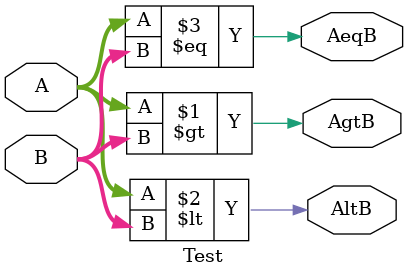
<source format=v>
`timescale 1ns / 1ps

// 4-bit magnitude comparator
module Test(input [3:0] A, input [3:0] B, output AgtB, output AltB, output AeqB);
assign AgtB = A > B;
assign AltB = A < B;
assign AeqB = A == B; 
endmodule
</source>
